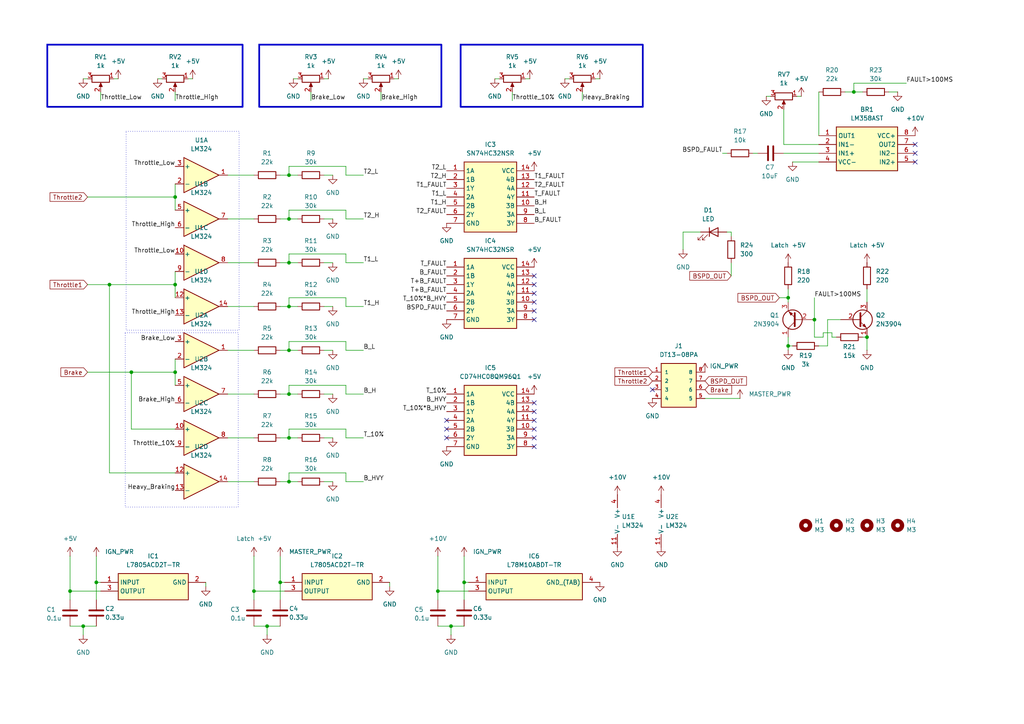
<source format=kicad_sch>
(kicad_sch (version 20250114) (generator "eeschema") (generator_version "9.0")
  (paper "A4")
  (rectangle (start 36.322 96.52) (end 69.088 147.066) (stroke (width 0) (type dot)))
  (rectangle (start 36.576 38.1) (end 69.342 95.758) (stroke (width 0) (type dot)))
  (rectangle (start 13.716 12.954) (end 70.358 30.988) (stroke (width 0.5)))
  (rectangle (start 133.604 12.954) (end 186.436 30.988) (stroke (width 0.5)))
  (rectangle (start 75.184 12.954) (end 128.016 30.988) (stroke (width 0.5)))
  (junction (at 83.82 139.7))
  (junction (at 31.75 82.55))
  (junction (at 50.8 82.55))
  (junction (at 83.82 88.9))
  (junction (at 83.82 114.3))
  (junction (at 251.46 97.79))
  (junction (at 50.8 107.95))
  (junction (at 130.81 181.61))
  (junction (at 247.65 26.67))
  (junction (at 77.47 181.61))
  (junction (at 20.32 171.45))
  (junction (at 27.94 168.91))
  (junction (at 83.82 101.6))
  (junction (at 73.66 171.45))
  (junction (at 228.6 100.33))
  (junction (at 83.82 50.8))
  (junction (at 83.82 127))
  (junction (at 236.22 92.71))
  (junction (at 24.13 181.61))
  (junction (at 81.28 168.91))
  (junction (at 50.8 57.15))
  (junction (at 127 171.45))
  (junction (at 38.1 107.95))
  (junction (at 83.82 63.5))
  (junction (at 83.82 76.2))
  (junction (at 228.6 86.36))
  (junction (at 134.62 168.91))
  (no_connect (at 154.94 92.71))
  (no_connect (at 154.94 85.09))
  (no_connect (at 154.94 82.55))
  (no_connect (at 154.94 127))
  (no_connect (at 265.43 46.99))
  (no_connect (at 189.23 113.03))
  (no_connect (at 154.94 80.01))
  (no_connect (at 129.54 121.92))
  (no_connect (at 154.94 119.38))
  (no_connect (at 154.94 90.17))
  (no_connect (at 129.54 124.46))
  (no_connect (at 265.43 44.45))
  (no_connect (at 154.94 87.63))
  (no_connect (at 129.54 127))
  (no_connect (at 154.94 124.46))
  (no_connect (at 154.94 116.84))
  (no_connect (at 265.43 41.91))
  (no_connect (at 154.94 121.92))
  (no_connect (at 154.94 129.54))
  (wire (pts (xy 100.33 86.36) (xy 100.33 88.9)))
  (wire (pts (xy 209.55 44.45) (xy 210.82 44.45)))
  (wire (pts (xy 93.98 22.86) (xy 95.25 22.86)))
  (wire (pts (xy 236.22 97.79) (xy 236.22 92.71)))
  (wire (pts (xy 29.21 29.21) (xy 29.21 26.67)))
  (wire (pts (xy 257.81 26.67) (xy 260.35 26.67)))
  (wire (pts (xy 50.8 26.67) (xy 50.8 29.21)))
  (wire (pts (xy 50.8 82.55) (xy 50.8 86.36)))
  (wire (pts (xy 81.28 161.29) (xy 81.28 168.91)))
  (wire (pts (xy 134.62 161.29) (xy 134.62 168.91)))
  (wire (pts (xy 81.28 76.2) (xy 83.82 76.2)))
  (wire (pts (xy 83.82 127) (xy 83.82 124.46)))
  (wire (pts (xy 45.72 22.86) (xy 46.99 22.86)))
  (wire (pts (xy 231.14 27.94) (xy 232.41 27.94)))
  (wire (pts (xy 73.66 161.29) (xy 73.66 171.45)))
  (wire (pts (xy 241.3 97.79) (xy 241.3 96.52)))
  (wire (pts (xy 83.82 63.5) (xy 83.82 60.96)))
  (wire (pts (xy 81.28 114.3) (xy 83.82 114.3)))
  (wire (pts (xy 83.82 127) (xy 86.36 127)))
  (wire (pts (xy 237.49 100.33) (xy 240.03 100.33)))
  (wire (pts (xy 100.33 139.7) (xy 105.41 139.7)))
  (wire (pts (xy 242.57 97.79) (xy 241.3 97.79)))
  (wire (pts (xy 83.82 139.7) (xy 83.82 137.16)))
  (wire (pts (xy 172.72 22.86) (xy 173.99 22.86)))
  (wire (pts (xy 130.81 181.61) (xy 134.62 181.61)))
  (wire (pts (xy 83.82 76.2) (xy 83.82 73.66)))
  (wire (pts (xy 25.4 82.55) (xy 31.75 82.55)))
  (wire (pts (xy 222.25 27.94) (xy 223.52 27.94)))
  (wire (pts (xy 83.82 48.26) (xy 100.33 48.26)))
  (wire (pts (xy 66.04 88.9) (xy 73.66 88.9)))
  (wire (pts (xy 83.82 101.6) (xy 83.82 99.06)))
  (wire (pts (xy 83.82 101.6) (xy 86.36 101.6)))
  (wire (pts (xy 247.65 26.67) (xy 247.65 24.13)))
  (wire (pts (xy 100.33 60.96) (xy 100.33 63.5)))
  (wire (pts (xy 83.82 76.2) (xy 86.36 76.2)))
  (wire (pts (xy 226.06 86.36) (xy 228.6 86.36)))
  (wire (pts (xy 50.8 57.15) (xy 50.8 60.96)))
  (wire (pts (xy 236.22 92.71) (xy 236.22 86.36)))
  (wire (pts (xy 218.44 44.45) (xy 219.71 44.45)))
  (wire (pts (xy 66.04 127) (xy 73.66 127)))
  (wire (pts (xy 93.98 101.6) (xy 96.52 101.6)))
  (wire (pts (xy 228.6 86.36) (xy 228.6 87.63)))
  (wire (pts (xy 83.82 139.7) (xy 86.36 139.7)))
  (wire (pts (xy 90.17 26.67) (xy 90.17 29.21)))
  (wire (pts (xy 27.94 168.91) (xy 27.94 173.99)))
  (wire (pts (xy 93.98 139.7) (xy 96.52 139.7)))
  (wire (pts (xy 66.04 63.5) (xy 73.66 63.5)))
  (wire (pts (xy 50.8 104.14) (xy 50.8 107.95)))
  (wire (pts (xy 93.98 88.9) (xy 96.52 88.9)))
  (wire (pts (xy 127 181.61) (xy 130.81 181.61)))
  (wire (pts (xy 54.61 22.86) (xy 55.88 22.86)))
  (wire (pts (xy 113.03 168.91) (xy 113.03 170.18)))
  (wire (pts (xy 25.4 57.15) (xy 50.8 57.15)))
  (wire (pts (xy 20.32 161.29) (xy 20.32 171.45)))
  (wire (pts (xy 83.82 63.5) (xy 86.36 63.5)))
  (wire (pts (xy 127 171.45) (xy 135.89 171.45)))
  (wire (pts (xy 81.28 168.91) (xy 82.55 168.91)))
  (wire (pts (xy 227.33 41.91) (xy 237.49 41.91)))
  (wire (pts (xy 100.33 50.8) (xy 105.41 50.8)))
  (wire (pts (xy 227.33 31.75) (xy 227.33 41.91)))
  (wire (pts (xy 83.82 114.3) (xy 83.82 111.76)))
  (wire (pts (xy 93.98 76.2) (xy 96.52 76.2)))
  (wire (pts (xy 73.66 171.45) (xy 82.55 171.45)))
  (wire (pts (xy 83.82 50.8) (xy 83.82 48.26)))
  (wire (pts (xy 228.6 83.82) (xy 228.6 86.36)))
  (wire (pts (xy 227.33 44.45) (xy 237.49 44.45)))
  (wire (pts (xy 59.69 168.91) (xy 59.69 170.18)))
  (wire (pts (xy 100.33 137.16) (xy 100.33 139.7)))
  (wire (pts (xy 73.66 171.45) (xy 73.66 173.99)))
  (wire (pts (xy 77.47 181.61) (xy 77.47 184.15)))
  (wire (pts (xy 237.49 46.99) (xy 229.87 46.99)))
  (wire (pts (xy 100.33 99.06) (xy 100.33 101.6)))
  (wire (pts (xy 100.33 48.26) (xy 100.33 50.8)))
  (wire (pts (xy 27.94 161.29) (xy 27.94 168.91)))
  (wire (pts (xy 83.82 86.36) (xy 100.33 86.36)))
  (wire (pts (xy 228.6 100.33) (xy 228.6 97.79)))
  (wire (pts (xy 228.6 100.33) (xy 229.87 100.33)))
  (wire (pts (xy 83.82 99.06) (xy 100.33 99.06)))
  (wire (pts (xy 228.6 101.6) (xy 228.6 100.33)))
  (wire (pts (xy 100.33 111.76) (xy 100.33 114.3)))
  (wire (pts (xy 38.1 107.95) (xy 50.8 107.95)))
  (wire (pts (xy 127 161.29) (xy 127 171.45)))
  (wire (pts (xy 73.66 181.61) (xy 77.47 181.61)))
  (wire (pts (xy 245.11 26.67) (xy 247.65 26.67)))
  (wire (pts (xy 212.09 80.01) (xy 212.09 76.2)))
  (wire (pts (xy 50.8 137.16) (xy 31.75 137.16)))
  (wire (pts (xy 20.32 171.45) (xy 20.32 173.99)))
  (wire (pts (xy 100.33 88.9) (xy 105.41 88.9)))
  (wire (pts (xy 247.65 26.67) (xy 250.19 26.67)))
  (wire (pts (xy 77.47 181.61) (xy 81.28 181.61)))
  (wire (pts (xy 105.41 22.86) (xy 106.68 22.86)))
  (wire (pts (xy 66.04 76.2) (xy 73.66 76.2)))
  (wire (pts (xy 134.62 168.91) (xy 135.89 168.91)))
  (wire (pts (xy 93.98 50.8) (xy 96.52 50.8)))
  (wire (pts (xy 83.82 60.96) (xy 100.33 60.96)))
  (wire (pts (xy 83.82 114.3) (xy 86.36 114.3)))
  (wire (pts (xy 50.8 78.74) (xy 50.8 82.55)))
  (wire (pts (xy 85.09 22.86) (xy 86.36 22.86)))
  (wire (pts (xy 24.13 181.61) (xy 24.13 184.15)))
  (wire (pts (xy 20.32 171.45) (xy 29.21 171.45)))
  (wire (pts (xy 100.33 127) (xy 105.41 127)))
  (wire (pts (xy 114.3 22.86) (xy 115.57 22.86)))
  (wire (pts (xy 66.04 50.8) (xy 73.66 50.8)))
  (wire (pts (xy 100.33 63.5) (xy 105.41 63.5)))
  (wire (pts (xy 34.29 22.86) (xy 33.02 22.86)))
  (wire (pts (xy 93.98 114.3) (xy 96.52 114.3)))
  (wire (pts (xy 251.46 83.82) (xy 251.46 87.63)))
  (wire (pts (xy 83.82 50.8) (xy 86.36 50.8)))
  (wire (pts (xy 198.12 67.31) (xy 198.12 72.39)))
  (wire (pts (xy 100.33 101.6) (xy 105.41 101.6)))
  (wire (pts (xy 83.82 88.9) (xy 83.82 86.36)))
  (wire (pts (xy 100.33 114.3) (xy 105.41 114.3)))
  (wire (pts (xy 81.28 168.91) (xy 81.28 173.99)))
  (wire (pts (xy 204.47 115.57) (xy 214.63 115.57)))
  (wire (pts (xy 50.8 124.46) (xy 38.1 124.46)))
  (wire (pts (xy 81.28 88.9) (xy 83.82 88.9)))
  (wire (pts (xy 83.82 73.66) (xy 100.33 73.66)))
  (wire (pts (xy 163.83 22.86) (xy 165.1 22.86)))
  (wire (pts (xy 240.03 92.71) (xy 243.84 92.71)))
  (wire (pts (xy 110.49 26.67) (xy 110.49 29.21)))
  (wire (pts (xy 24.13 181.61) (xy 27.94 181.61)))
  (wire (pts (xy 31.75 82.55) (xy 50.8 82.55)))
  (wire (pts (xy 152.4 22.86) (xy 153.67 22.86)))
  (wire (pts (xy 50.8 107.95) (xy 50.8 111.76)))
  (wire (pts (xy 27.94 168.91) (xy 29.21 168.91)))
  (wire (pts (xy 238.76 96.52) (xy 238.76 97.79)))
  (wire (pts (xy 66.04 139.7) (xy 73.66 139.7)))
  (wire (pts (xy 83.82 124.46) (xy 100.33 124.46)))
  (wire (pts (xy 100.33 76.2) (xy 105.41 76.2)))
  (wire (pts (xy 93.98 127) (xy 96.52 127)))
  (wire (pts (xy 81.28 127) (xy 83.82 127)))
  (wire (pts (xy 83.82 137.16) (xy 100.33 137.16)))
  (wire (pts (xy 38.1 124.46) (xy 38.1 107.95)))
  (wire (pts (xy 20.32 181.61) (xy 24.13 181.61)))
  (wire (pts (xy 143.51 22.86) (xy 144.78 22.86)))
  (wire (pts (xy 127 171.45) (xy 127 173.99)))
  (wire (pts (xy 212.09 67.31) (xy 210.82 67.31)))
  (wire (pts (xy 251.46 97.79) (xy 251.46 101.6)))
  (wire (pts (xy 81.28 101.6) (xy 83.82 101.6)))
  (wire (pts (xy 25.4 107.95) (xy 38.1 107.95)))
  (wire (pts (xy 130.81 181.61) (xy 130.81 184.15)))
  (wire (pts (xy 83.82 88.9) (xy 86.36 88.9)))
  (wire (pts (xy 238.76 97.79) (xy 236.22 97.79)))
  (wire (pts (xy 83.82 111.76) (xy 100.33 111.76)))
  (wire (pts (xy 81.28 139.7) (xy 83.82 139.7)))
  (wire (pts (xy 66.04 101.6) (xy 73.66 101.6)))
  (wire (pts (xy 203.2 67.31) (xy 198.12 67.31)))
  (wire (pts (xy 148.59 26.67) (xy 148.59 29.21)))
  (wire (pts (xy 24.13 22.86) (xy 25.4 22.86)))
  (wire (pts (xy 212.09 68.58) (xy 212.09 67.31)))
  (wire (pts (xy 134.62 168.91) (xy 134.62 173.99)))
  (wire (pts (xy 100.33 73.66) (xy 100.33 76.2)))
  (wire (pts (xy 241.3 96.52) (xy 238.76 96.52)))
  (wire (pts (xy 50.8 53.34) (xy 50.8 57.15)))
  (wire (pts (xy 168.91 26.67) (xy 168.91 29.21)))
  (wire (pts (xy 81.28 50.8) (xy 83.82 50.8)))
  (wire (pts (xy 237.49 26.67) (xy 237.49 39.37)))
  (wire (pts (xy 66.04 114.3) (xy 73.66 114.3)))
  (wire (pts (xy 93.98 63.5) (xy 96.52 63.5)))
  (wire (pts (xy 81.28 63.5) (xy 83.82 63.5)))
  (wire (pts (xy 31.75 137.16) (xy 31.75 82.55)))
  (wire (pts (xy 250.19 97.79) (xy 251.46 97.79)))
  (wire (pts (xy 100.33 124.46) (xy 100.33 127)))
  (wire (pts (xy 240.03 100.33) (xy 240.03 92.71)))
  (wire (pts (xy 247.65 24.13) (xy 262.89 24.13)))
  (label "T_10%" (at 105.41 127 0))
  (label "T2_FAULT" (at 129.54 62.23 180))
  (label "T2_H" (at 129.54 52.07 180))
  (label "T_10%*B_HVY" (at 129.54 119.38 180))
  (label "T2_FAULT" (at 154.94 54.61 0))
  (label "FAULT>100MS" (at 236.22 86.36 0))
  (label "Brake_High" (at 50.8 116.84 180))
  (label "B_FAULT" (at 129.54 80.01 180))
  (label "T2_H" (at 105.41 63.5 0))
  (label "BSPD_FAULT" (at 129.54 90.17 180))
  (label "Throttle_Low" (at 29.21 29.21 0))
  (label "B_HVY" (at 129.54 116.84 180))
  (label "T1_FAULT" (at 154.94 52.07 0))
  (label "Brake_Low" (at 90.17 29.21 0))
  (label "T1_H" (at 129.54 59.69 180))
  (label "T1_L" (at 105.41 76.2 0))
  (label "T2_L" (at 105.41 50.8 0))
  (label "T+B_FAULT" (at 129.54 82.55 180))
  (label "T_FAULT" (at 154.94 57.15 0))
  (label "Throttle_Low" (at 50.8 73.66 180))
  (label "T_10%*B_HVY" (at 129.54 87.63 180))
  (label "B_H" (at 105.41 114.3 0))
  (label "T1_L" (at 129.54 57.15 180))
  (label "B_L" (at 105.41 101.6 0))
  (label "Throttle_High" (at 50.8 29.21 0))
  (label "Throttle_10%" (at 148.59 29.21 0))
  (label "T1_H" (at 105.41 88.9 0))
  (label "T1_FAULT" (at 129.54 54.61 180))
  (label "T_FAULT" (at 129.54 77.47 180))
  (label "Brake_High" (at 110.49 29.21 0))
  (label "BSPD_FAULT" (at 209.55 44.45 180))
  (label "B_L" (at 154.94 62.23 0))
  (label "Throttle_Low" (at 50.8 48.26 180))
  (label "B_HVY" (at 105.41 139.7 0))
  (label "B_FAULT" (at 154.94 64.77 0))
  (label "Heavy_Braking" (at 50.8 142.24 180))
  (label "Brake_Low" (at 50.8 99.06 180))
  (label "Throttle_High" (at 50.8 66.04 180))
  (label "T2_L" (at 129.54 49.53 180))
  (label "FAULT>100MS" (at 262.89 24.13 0))
  (label "B_H" (at 154.94 59.69 0))
  (label "Heavy_Braking" (at 168.91 29.21 0))
  (label "T_10%" (at 129.54 114.3 180))
  (label "Throttle_High" (at 50.8 91.44 180))
  (label "Throttle_10%" (at 50.8 129.54 180))
  (label "T+B_FAULT" (at 129.54 85.09 180))
  (global_label "Throttle1" (shape input) (at 25.4 82.55 180) (property "Intersheetrefs" "${INTERSHEET_REFS}" (effects (hide yes))))
  (global_label "BSPD_OUT" (shape input) (at 212.09 80.01 180) (property "Intersheetrefs" "${INTERSHEET_REFS}" (effects (hide yes))))
  (global_label "Throttle2" (shape input) (at 189.23 110.49 180) (property "Intersheetrefs" "${INTERSHEET_REFS}" (effects (hide yes))))
  (global_label "BSPD_OUT" (shape input) (at 226.06 86.36 180) (property "Intersheetrefs" "${INTERSHEET_REFS}" (effects (hide yes))))
  (global_label "Throttle2" (shape input) (at 25.4 57.15 180) (property "Intersheetrefs" "${INTERSHEET_REFS}" (effects (hide yes))))
  (global_label "Brake" (shape input) (at 204.47 113.03 0) (property "Intersheetrefs" "${INTERSHEET_REFS}" (effects (hide yes))))
  (global_label "BSPD_OUT" (shape input) (at 204.47 110.49 0) (property "Intersheetrefs" "${INTERSHEET_REFS}" (effects (hide yes))))
  (global_label "Throttle1" (shape input) (at 189.23 107.95 180) (property "Intersheetrefs" "${INTERSHEET_REFS}" (effects (hide yes))))
  (global_label "Brake" (shape input) (at 25.4 107.95 180) (property "Intersheetrefs" "${INTERSHEET_REFS}" (effects (hide yes))))
  (symbol (lib_id "Device:R") (at 254 26.67 90) (unit 1)
    (property "Reference" "R23" (at 254 20.32 90))
    (property "Value" "30k" (at 254 22.86 90))
    (property "Footprint" "Resistor_SMD:R_0603_1608Metric" (effects (hide yes)))
    (property "Description" "Resistor" (effects (hide yes)))
  )
  (symbol (lib_id "power:+5V") (at 251.46 76.2 0) (unit 1)
    (property "Reference" "#PWR048" (effects (hide yes)))
    (property "Value" "Latch +5V" (at 251.46 71.12 0))
    (property "Description" "Power symbol creates a global label with name \"+5V\"" (effects (hide yes)))
  )
  (symbol (lib_id "Device:C") (at 223.52 44.45 90) (unit 1)
    (property "Reference" "C7" (at 223.266 48.514 90))
    (property "Value" "10uF" (at 223.266 51.054 90))
    (property "Footprint" "Capacitor_SMD:C_0603_1608Metric" (effects (hide yes)))
    (property "Description" "Unpolarized capacitor" (effects (hide yes)))
  )
  (symbol (lib_id "Device:C") (at 134.62 177.8 0) (unit 1)
    (property "Reference" "C6" (at 137.16 176.53 0) (effects (justify left)))
    (property "Value" "0.33u" (at 137.16 179.07 0) (effects (justify left)))
    (property "Footprint" "Capacitor_SMD:C_0603_1608Metric" (effects (hide yes)))
    (property "Description" "Unpolarized capacitor" (effects (hide yes)))
  )
  (symbol (lib_id "power:+5V") (at 55.88 22.86 0) (unit 1)
    (property "Reference" "#PWR07" (effects (hide yes)))
    (property "Value" "+5V" (at 55.88 17.78 0))
    (property "Description" "Power symbol creates a global label with name \"+5V\"" (effects (hide yes)))
  )
  (symbol (lib_id "Device:R") (at 77.47 63.5 90) (unit 1)
    (property "Reference" "R2" (at 77.47 57.15 90))
    (property "Value" "22k" (at 77.47 59.69 90))
    (property "Footprint" "Resistor_SMD:R_0603_1608Metric" (effects (hide yes)))
    (property "Description" "Resistor" (effects (hide yes)))
  )
  (symbol (lib_name "2N3904_1") (lib_id "Transistor_BJT:2N3904") (at 226.06 92.71 0) (unit 1)
    (property "Reference" "Q1" (at 226.06 91.4399 0) (effects (justify right)))
    (property "Value" "2N3904" (at 226.06 93.9799 0) (effects (justify right)))
    (property "Footprint" "Package_TO_SOT_THT:TO-92_Inline" (effects (hide yes)))
    (property "Datasheet" "https://www.onsemi.com/pub/Collateral/2N3903-D.PDF" (effects (hide yes)))
    (property "Description" "0.2A Ic, 40V Vce, Small Signal NPN Transistor, TO-92" (effects (hide yes)))
  )
  (symbol (lib_id "power:GND") (at 229.87 46.99 0) (unit 1)
    (property "Reference" "#PWR046" (effects (hide yes)))
    (property "Value" "GND" (at 229.87 52.07 0))
    (property "Description" "Power symbol creates a global label with name \"GND\" , ground" (effects (hide yes)))
  )
  (symbol (lib_id "BSPD_Symbol_Library:CD74HC08QM96Q1") (at 129.54 114.3 0) (unit 1)
    (property "Reference" "IC5" (at 142.24 106.68 0))
    (property "Value" "CD74HC08QM96Q1" (at 142.24 109.22 0))
    (property "Footprint" "BSPD_Footprint_Library:SOIC127P600X175-14N" (effects (hide yes)))
    (property "Datasheet" "http://www.ti.com/lit/gpn/cd74hc08-q1" (effects (hide yes)))
    (property "Description" "Automotive Catalog Quadruple 2-Input Positive-AND Gates" (effects (hide yes)))
    (property "Height" "1.75" (effects (hide yes)))
    (property "Mouser Part Number" "595-CD74HC08QM96Q1" (effects (hide yes)))
    (property "Mouser Price/Stock" "https://www.mouser.co.uk/ProductDetail/Texas-Instruments/CD74HC08QM96Q1?qs=YxwvVplHM%2FmcNbjWAEctsA%3D%3D" (effects (hide yes)))
    (property "Manufacturer_Name" "Texas Instruments" (effects (hide yes)))
    (property "Manufacturer_Part_Number" "CD74HC08QM96Q1" (effects (hide yes)))
  )
  (symbol (lib_id "Transistor_BJT:2N3904") (at 248.92 92.71 0) (unit 1)
    (property "Reference" "Q2" (at 254 91.4399 0) (effects (justify left)))
    (property "Value" "2N3904" (at 254 93.9799 0) (effects (justify left)))
    (property "Footprint" "Package_TO_SOT_THT:TO-92_Inline" (effects (hide yes)))
    (property "Datasheet" "https://www.onsemi.com/pub/Collateral/2N3903-D.PDF" (effects (hide yes)))
    (property "Description" "0.2A Ic, 40V Vce, Small Signal NPN Transistor, TO-92" (effects (hide yes)))
  )
  (symbol (lib_id "Device:R") (at 251.46 80.01 0) (unit 1)
    (property "Reference" "R22" (at 254 78.7399 0) (effects (justify left)))
    (property "Value" "220" (at 254 81.2799 0) (effects (justify left)))
    (property "Footprint" "Resistor_SMD:R_0603_1608Metric" (effects (hide yes)))
    (property "Description" "Resistor" (effects (hide yes)))
  )
  (symbol (lib_id "power:+5V") (at 154.94 77.47 0) (unit 1)
    (property "Reference" "#PWR034" (effects (hide yes)))
    (property "Value" "+5V" (at 154.94 72.39 0))
    (property "Description" "Power symbol creates a global label with name \"+5V\"" (effects (hide yes)))
  )
  (symbol (lib_id "Device:R") (at 77.47 139.7 90) (unit 1)
    (property "Reference" "R8" (at 77.47 133.35 90))
    (property "Value" "22k" (at 77.47 135.89 90))
    (property "Footprint" "Resistor_SMD:R_0603_1608Metric" (effects (hide yes)))
    (property "Description" "Resistor" (effects (hide yes)))
  )
  (symbol (lib_id "power:GND") (at 113.03 170.18 0) (unit 1)
    (property "Reference" "#PWR023" (effects (hide yes)))
    (property "Value" "GND" (at 113.03 175.26 0))
    (property "Description" "Power symbol creates a global label with name \"GND\" , ground" (effects (hide yes)))
  )
  (symbol (lib_id "power:GND") (at 96.52 101.6 0) (unit 1)
    (property "Reference" "#PWR018" (effects (hide yes)))
    (property "Value" "GND" (at 96.52 106.68 0))
    (property "Description" "Power symbol creates a global label with name \"GND\" , ground" (effects (hide yes)))
  )
  (symbol (lib_id "power:VCC") (at 204.47 107.95 0) (unit 1)
    (property "Reference" "#PWR052" (effects (hide yes)))
    (property "Value" "IGN_PWR" (at 210.058 106.172 0))
    (property "Description" "Power symbol creates a global label with name \"VCC\"" (effects (hide yes)))
  )
  (symbol (lib_id "power:+5V") (at 265.43 39.37 0) (unit 1)
    (property "Reference" "#PWR051" (effects (hide yes)))
    (property "Value" "+10V" (at 265.43 34.29 0))
    (property "Description" "Power symbol creates a global label with name \"+5V\"" (effects (hide yes)))
  )
  (symbol (lib_id "Device:C") (at 127 177.8 0) (unit 1)
    (property "Reference" "C5" (at 120.142 176.784 0) (effects (justify left)))
    (property "Value" "0.1u" (at 120.142 179.324 0) (effects (justify left)))
    (property "Footprint" "Capacitor_SMD:C_0603_1608Metric" (effects (hide yes)))
    (property "Description" "Unpolarized capacitor" (effects (hide yes)))
  )
  (symbol (lib_id "Amplifier_Operational:LM324") (at 194.31 151.13 0) (unit 5)
    (property "Reference" "U2" (at 193.04 149.8599 0) (effects (justify left)))
    (property "Value" "LM324" (at 193.04 152.3999 0) (effects (justify left)))
    (property "Footprint" "BSPD_Footprint_Library:LM324" (effects (hide yes)))
    (property "Datasheet" "http://www.ti.com/lit/ds/symlink/lm2902-n.pdf" (effects (hide yes)))
    (property "Description" "Low-Power, Quad-Operational Amplifiers, DIP-14/SOIC-14/SSOP-14" (effects (hide yes)))
  )
  (symbol (lib_id "Mechanical:MountingHole") (at 242.57 152.4 0) (unit 1)
    (property "Reference" "H2" (at 245.11 151.13 0) (effects (justify left)))
    (property "Value" "M3" (at 245.11 153.67 0) (effects (justify left)))
    (property "Footprint" "MountingHole:MountingHole_3.2mm_M3" (effects (hide yes)))
  )
  (symbol (lib_id "Device:R_Potentiometer") (at 50.8 22.86 270) (unit 1)
    (property "Reference" "RV2" (at 50.8 16.51 90))
    (property "Value" "1k" (at 50.8 19.05 90))
    (property "Footprint" "BSPD_Footprint_Library:3362U1104ALF" (effects (hide yes)))
    (property "Description" "Potentiometer" (effects (hide yes)))
  )
  (symbol (lib_id "power:GND") (at 228.6 101.6 0) (unit 1)
    (property "Reference" "#PWR045" (effects (hide yes)))
    (property "Value" "GND" (at 228.6 106.68 0))
    (property "Description" "Power symbol creates a global label with name \"GND\" , ground" (effects (hide yes)))
  )
  (symbol (lib_id "Device:R") (at 90.17 101.6 90) (unit 1)
    (property "Reference" "R13" (at 90.17 95.25 90))
    (property "Value" "30k" (at 90.17 97.79 90))
    (property "Footprint" "Resistor_SMD:R_0603_1608Metric" (effects (hide yes)))
    (property "Description" "Resistor" (effects (hide yes)))
  )
  (symbol (lib_id "Device:R_Potentiometer") (at 168.91 22.86 270) (unit 1)
    (property "Reference" "RV6" (at 168.91 16.51 90))
    (property "Value" "1k" (at 168.91 19.05 90))
    (property "Footprint" "BSPD_Footprint_Library:3362U1104ALF" (effects (hide yes)))
    (property "Description" "Potentiometer" (effects (hide yes)))
  )
  (symbol (lib_id "power:+5V") (at 173.99 22.86 0) (unit 1)
    (property "Reference" "#PWR037" (effects (hide yes)))
    (property "Value" "+5V" (at 173.99 17.78 0))
    (property "Description" "Power symbol creates a global label with name \"+5V\"" (effects (hide yes)))
  )
  (symbol (lib_id "power:VCC") (at 214.63 115.57 0) (unit 1)
    (property "Reference" "#PWR053" (effects (hide yes)))
    (property "Value" "MASTER_PWR" (at 217.17 114.2999 0) (effects (justify left)))
    (property "Description" "Power symbol creates a global label with name \"VCC\"" (effects (hide yes)))
  )
  (symbol (lib_id "power:GND") (at 59.69 170.18 0) (unit 1)
    (property "Reference" "#PWR08" (effects (hide yes)))
    (property "Value" "GND" (at 59.69 175.26 0))
    (property "Description" "Power symbol creates a global label with name \"GND\" , ground" (effects (hide yes)))
  )
  (symbol (lib_id "BSPD_Symbol_Library:DT13-08PA") (at 196.85 110.49 0) (unit 1)
    (property "Reference" "J1" (at 196.85 100.33 0))
    (property "Value" "DT13-08PA" (at 196.85 102.87 0))
    (property "Footprint" "BSPD_Footprint_Library:TE_DT13-08PA" (effects (hide yes)))
    (property "PARTREV" "C" (effects (hide yes)))
    (property "STANDARD" "Manufacturer Recommendation" (effects (hide yes)))
    (property "MANUFACTURER" "TE Connectivity" (effects (hide yes)))
  )
  (symbol (lib_id "Device:R") (at 90.17 50.8 90) (unit 1)
    (property "Reference" "R9" (at 90.17 44.45 90))
    (property "Value" "30k" (at 90.17 46.99 90))
    (property "Footprint" "Resistor_SMD:R_0603_1608Metric" (effects (hide yes)))
    (property "Description" "Resistor" (effects (hide yes)))
  )
  (symbol (lib_id "Amplifier_Operational:LM324") (at 58.42 101.6 0) (unit 1)
    (property "Reference" "U2" (at 58.42 91.44 0))
    (property "Value" "LM324" (at 58.42 93.98 0))
    (property "Footprint" "BSPD_Footprint_Library:LM324" (effects (hide yes)))
    (property "Datasheet" "http://www.ti.com/lit/ds/symlink/lm2902-n.pdf" (effects (hide yes)))
    (property "Description" "Low-Power, Quad-Operational Amplifiers, DIP-14/SOIC-14/SSOP-14" (effects (hide yes)))
  )
  (symbol (lib_id "power:GND") (at 222.25 27.94 0) (unit 1)
    (property "Reference" "#PWR043" (effects (hide yes)))
    (property "Value" "GND" (at 222.25 33.02 0))
    (property "Description" "Power symbol creates a global label with name \"GND\" , ground" (effects (hide yes)))
  )
  (symbol (lib_id "power:GND") (at 163.83 22.86 0) (unit 1)
    (property "Reference" "#PWR036" (effects (hide yes)))
    (property "Value" "GND" (at 163.83 27.94 0))
    (property "Description" "Power symbol creates a global label with name \"GND\" , ground" (effects (hide yes)))
  )
  (symbol (lib_id "Device:R") (at 241.3 26.67 90) (unit 1)
    (property "Reference" "R20" (at 241.3 20.32 90))
    (property "Value" "22k" (at 241.3 22.86 90))
    (property "Footprint" "Resistor_SMD:R_0603_1608Metric" (effects (hide yes)))
    (property "Description" "Resistor" (effects (hide yes)))
  )
  (symbol (lib_id "power:GND") (at 129.54 64.77 0) (unit 1)
    (property "Reference" "#PWR026" (effects (hide yes)))
    (property "Value" "GND" (at 129.54 69.85 0))
    (property "Description" "Power symbol creates a global label with name \"GND\" , ground" (effects (hide yes)))
  )
  (symbol (lib_id "Device:R") (at 90.17 63.5 90) (unit 1)
    (property "Reference" "R10" (at 90.17 57.15 90))
    (property "Value" "30k" (at 90.17 59.69 90))
    (property "Footprint" "Resistor_SMD:R_0603_1608Metric" (effects (hide yes)))
    (property "Description" "Resistor" (effects (hide yes)))
  )
  (symbol (lib_id "Device:R") (at 90.17 76.2 90) (unit 1)
    (property "Reference" "R11" (at 90.17 69.85 90))
    (property "Value" "30k" (at 90.17 72.39 90))
    (property "Footprint" "Resistor_SMD:R_0603_1608Metric" (effects (hide yes)))
    (property "Description" "Resistor" (effects (hide yes)))
  )
  (symbol (lib_id "BSPD_Symbol_Library:L78M10ABDT-TR") (at 135.89 168.91 0) (unit 1)
    (property "Reference" "IC6" (at 154.94 161.29 0))
    (property "Value" "L78M10ABDT-TR" (at 154.94 163.83 0))
    (property "Footprint" "BSPD_Footprint_Library:TO228P972X240-3N" (effects (hide yes)))
    (property "Datasheet" "http://www.st.com/web/en/resource/technical/document/datasheet/CD00000447.pdf" (effects (hide yes)))
    (property "Description" "Voltage Regulator 10V 0.5A DPAK STMicroelectronics L78M10ABDT-TR, Single Linear Voltage Regulator, 500mA 10 V, +/-2%, 3-Pin DPAK" (effects (hide yes)))
    (property "Height" "2.4" (effects (hide yes)))
    (property "Mouser Part Number" "511-L78M10ABDT-TR" (effects (hide yes)))
    (property "Mouser Price/Stock" "https://www.mouser.co.uk/ProductDetail/STMicroelectronics/L78M10ABDT-TR?qs=22WmWNTp1rr9tcUfF7JLAg%3D%3D" (effects (hide yes)))
    (property "Manufacturer_Name" "STMicroelectronics" (effects (hide yes)))
    (property "Manufacturer_Part_Number" "L78M10ABDT-TR" (effects (hide yes)))
  )
  (symbol (lib_id "power:GND") (at 189.23 115.57 0) (unit 1)
    (property "Reference" "#PWR054" (effects (hide yes)))
    (property "Value" "GND" (at 189.23 120.65 0))
    (property "Description" "Power symbol creates a global label with name \"GND\" , ground" (effects (hide yes)))
  )
  (symbol (lib_id "BSPD_Symbol_Library:SN74HC32NSR") (at 129.54 49.53 0) (unit 1)
    (property "Reference" "IC3" (at 142.24 41.91 0))
    (property "Value" "SN74HC32NSR" (at 142.24 44.45 0))
    (property "Footprint" "BSPD_Footprint_Library:SOIC127P780X200-14N" (effects (hide yes)))
    (property "Datasheet" "http://www.ti.com/lit/gpn/sn74hc32" (effects (hide yes)))
    (property "Description" "Quadruple 2-Input Positive-OR Gates" (effects (hide yes)))
    (property "Height" "2" (effects (hide yes)))
    (property "Mouser Part Number" "595-SN74HC32NSR" (effects (hide yes)))
    (property "Mouser Price/Stock" "https://www.mouser.co.uk/ProductDetail/Texas-Instruments/SN74HC32NSR?qs=AgY10sKTvDLid%2FEfE4251Q%3D%3D" (effects (hide yes)))
    (property "Manufacturer_Name" "Texas Instruments" (effects (hide yes)))
    (property "Manufacturer_Part_Number" "SN74HC32NSR" (effects (hide yes)))
  )
  (symbol (lib_id "Device:R") (at 77.47 76.2 90) (unit 1)
    (property "Reference" "R3" (at 77.47 69.85 90))
    (property "Value" "22k" (at 77.47 72.39 90))
    (property "Footprint" "Resistor_SMD:R_0603_1608Metric" (effects (hide yes)))
    (property "Description" "Resistor" (effects (hide yes)))
  )
  (symbol (lib_id "Device:R") (at 246.38 97.79 270) (unit 1)
    (property "Reference" "R21" (at 246.38 100.584 90))
    (property "Value" "15k" (at 246.38 103.124 90))
    (property "Footprint" "Resistor_SMD:R_0603_1608Metric" (effects (hide yes)))
    (property "Description" "Resistor" (effects (hide yes)))
  )
  (symbol (lib_id "Device:R") (at 77.47 127 90) (unit 1)
    (property "Reference" "R7" (at 77.47 120.65 90))
    (property "Value" "22k" (at 77.47 123.19 90))
    (property "Footprint" "Resistor_SMD:R_0603_1608Metric" (effects (hide yes)))
    (property "Description" "Resistor" (effects (hide yes)))
  )
  (symbol (lib_id "Device:R") (at 90.17 139.7 90) (unit 1)
    (property "Reference" "R16" (at 90.17 133.35 90))
    (property "Value" "30k" (at 90.17 135.89 90))
    (property "Footprint" "Resistor_SMD:R_0603_1608Metric" (effects (hide yes)))
    (property "Description" "Resistor" (effects (hide yes)))
  )
  (symbol (lib_id "Device:R") (at 90.17 114.3 90) (unit 1)
    (property "Reference" "R14" (at 90.17 107.95 90))
    (property "Value" "30k" (at 90.17 110.49 90))
    (property "Footprint" "Resistor_SMD:R_0603_1608Metric" (effects (hide yes)))
    (property "Description" "Resistor" (effects (hide yes)))
  )
  (symbol (lib_id "Device:R") (at 77.47 114.3 90) (unit 1)
    (property "Reference" "R6" (at 77.47 107.95 90))
    (property "Value" "22k" (at 77.47 110.49 90))
    (property "Footprint" "Resistor_SMD:R_0603_1608Metric" (effects (hide yes)))
    (property "Description" "Resistor" (effects (hide yes)))
  )
  (symbol (lib_id "power:GND") (at 129.54 129.54 0) (unit 1)
    (property "Reference" "#PWR028" (effects (hide yes)))
    (property "Value" "GND" (at 129.54 134.62 0))
    (property "Description" "Power symbol creates a global label with name \"GND\" , ground" (effects (hide yes)))
  )
  (symbol (lib_id "power:GND") (at 198.12 72.39 0) (unit 1)
    (property "Reference" "#PWR055" (effects (hide yes)))
    (property "Value" "GND" (at 198.12 77.47 0))
    (property "Description" "Power symbol creates a global label with name \"GND\" , ground" (effects (hide yes)))
  )
  (symbol (lib_id "Device:C") (at 20.32 177.8 0) (unit 1)
    (property "Reference" "C1" (at 13.462 176.784 0) (effects (justify left)))
    (property "Value" "0.1u" (at 13.462 179.324 0) (effects (justify left)))
    (property "Footprint" "Capacitor_SMD:C_0603_1608Metric" (effects (hide yes)))
    (property "Description" "Unpolarized capacitor" (effects (hide yes)))
  )
  (symbol (lib_id "power:GND") (at 191.77 158.75 0) (unit 1)
    (property "Reference" "#PWR042" (effects (hide yes)))
    (property "Value" "GND" (at 191.77 163.83 0))
    (property "Description" "Power symbol creates a global label with name \"GND\" , ground" (effects (hide yes)))
  )
  (symbol (lib_id "power:GND") (at 129.54 92.71 0) (unit 1)
    (property "Reference" "#PWR027" (effects (hide yes)))
    (property "Value" "GND" (at 129.54 97.79 0))
    (property "Description" "Power symbol creates a global label with name \"GND\" , ground" (effects (hide yes)))
  )
  (symbol (lib_id "power:GND") (at 45.72 22.86 0) (unit 1)
    (property "Reference" "#PWR06" (effects (hide yes)))
    (property "Value" "GND" (at 45.72 27.94 0))
    (property "Description" "Power symbol creates a global label with name \"GND\" , ground" (effects (hide yes)))
  )
  (symbol (lib_id "Mechanical:MountingHole") (at 233.68 152.4 0) (unit 1)
    (property "Reference" "H1" (at 236.22 151.13 0) (effects (justify left)))
    (property "Value" "M3" (at 236.22 153.67 0) (effects (justify left)))
    (property "Footprint" "MountingHole:MountingHole_3.2mm_M3" (effects (hide yes)))
  )
  (symbol (lib_id "power:GND") (at 85.09 22.86 0) (unit 1)
    (property "Reference" "#PWR012" (effects (hide yes)))
    (property "Value" "GND" (at 85.09 27.94 0))
    (property "Description" "Power symbol creates a global label with name \"GND\" , ground" (effects (hide yes)))
  )
  (symbol (lib_id "power:GND") (at 173.99 168.91 0) (unit 1)
    (property "Reference" "#PWR038" (effects (hide yes)))
    (property "Value" "GND" (at 173.99 173.99 0))
    (property "Description" "Power symbol creates a global label with name \"GND\" , ground" (effects (hide yes)))
  )
  (symbol (lib_id "power:GND") (at 24.13 184.15 0) (unit 1)
    (property "Reference" "#PWR03" (effects (hide yes)))
    (property "Value" "GND" (at 24.13 189.23 0))
    (property "Description" "Power symbol creates a global label with name \"GND\" , ground" (effects (hide yes)))
  )
  (symbol (lib_id "power:GND") (at 143.51 22.86 0) (unit 1)
    (property "Reference" "#PWR031" (effects (hide yes)))
    (property "Value" "GND" (at 143.51 27.94 0))
    (property "Description" "Power symbol creates a global label with name \"GND\" , ground" (effects (hide yes)))
  )
  (symbol (lib_id "Device:R_Potentiometer") (at 90.17 22.86 270) (unit 1)
    (property "Reference" "RV3" (at 90.17 16.51 90))
    (property "Value" "1k" (at 90.17 19.05 90))
    (property "Footprint" "BSPD_Footprint_Library:3362U1104ALF" (effects (hide yes)))
    (property "Description" "Potentiometer" (effects (hide yes)))
  )
  (symbol (lib_id "power:+5V") (at 95.25 22.86 0) (unit 1)
    (property "Reference" "#PWR013" (effects (hide yes)))
    (property "Value" "+5V" (at 95.25 17.78 0))
    (property "Description" "Power symbol creates a global label with name \"+5V\"" (effects (hide yes)))
  )
  (symbol (lib_id "power:GND") (at 105.41 22.86 0) (unit 1)
    (property "Reference" "#PWR022" (effects (hide yes)))
    (property "Value" "GND" (at 105.41 27.94 0))
    (property "Description" "Power symbol creates a global label with name \"GND\" , ground" (effects (hide yes)))
  )
  (symbol (lib_id "power:+5V") (at 20.32 161.29 0) (unit 1)
    (property "Reference" "#PWR01" (effects (hide yes)))
    (property "Value" "+5V" (at 20.32 156.21 0))
    (property "Description" "Power symbol creates a global label with name \"+5V\"" (effects (hide yes)))
  )
  (symbol (lib_id "power:GND") (at 24.13 22.86 0) (unit 1)
    (property "Reference" "#PWR02" (effects (hide yes)))
    (property "Value" "GND" (at 24.13 27.94 0))
    (property "Description" "Power symbol creates a global label with name \"GND\" , ground" (effects (hide yes)))
  )
  (symbol (lib_id "power:GND") (at 96.52 63.5 0) (unit 1)
    (property "Reference" "#PWR015" (effects (hide yes)))
    (property "Value" "GND" (at 96.52 68.58 0))
    (property "Description" "Power symbol creates a global label with name \"GND\" , ground" (effects (hide yes)))
  )
  (symbol (lib_id "power:VCC") (at 27.94 161.29 0) (unit 1)
    (property "Reference" "#PWR04" (effects (hide yes)))
    (property "Value" "IGN_PWR" (at 30.48 160.0199 0) (effects (justify left)))
    (property "Description" "Power symbol creates a global label with name \"VCC\"" (effects (hide yes)))
  )
  (symbol (lib_id "Device:R") (at 233.68 100.33 270) (unit 1)
    (property "Reference" "R19" (at 233.68 103.124 90))
    (property "Value" "3k" (at 233.68 105.664 90))
    (property "Footprint" "Resistor_SMD:R_0603_1608Metric" (effects (hide yes)))
    (property "Description" "Resistor" (effects (hide yes)))
  )
  (symbol (lib_id "Device:R") (at 77.47 101.6 90) (unit 1)
    (property "Reference" "R5" (at 77.47 95.25 90))
    (property "Value" "22k" (at 77.47 97.79 90))
    (property "Footprint" "Resistor_SMD:R_0603_1608Metric" (effects (hide yes)))
    (property "Description" "Resistor" (effects (hide yes)))
  )
  (symbol (lib_id "power:+5V") (at 153.67 22.86 0) (unit 1)
    (property "Reference" "#PWR032" (effects (hide yes)))
    (property "Value" "+5V" (at 153.67 17.78 0))
    (property "Description" "Power symbol creates a global label with name \"+5V\"" (effects (hide yes)))
  )
  (symbol (lib_id "Device:R") (at 77.47 50.8 90) (unit 1)
    (property "Reference" "R1" (at 77.47 44.45 90))
    (property "Value" "22k" (at 77.47 46.99 90))
    (property "Footprint" "Resistor_SMD:R_0603_1608Metric" (effects (hide yes)))
    (property "Description" "Resistor" (effects (hide yes)))
  )
  (symbol (lib_id "power:GND") (at 251.46 101.6 0) (unit 1)
    (property "Reference" "#PWR049" (effects (hide yes)))
    (property "Value" "GND" (at 251.46 106.68 0))
    (property "Description" "Power symbol creates a global label with name \"GND\" , ground" (effects (hide yes)))
  )
  (symbol (lib_id "power:GND") (at 96.52 88.9 0) (unit 1)
    (property "Reference" "#PWR017" (effects (hide yes)))
    (property "Value" "GND" (at 96.52 93.98 0))
    (property "Description" "Power symbol creates a global label with name \"GND\" , ground" (effects (hide yes)))
  )
  (symbol (lib_id "Device:R_Potentiometer") (at 148.59 22.86 270) (unit 1)
    (property "Reference" "RV5" (at 148.59 16.51 90))
    (property "Value" "1k" (at 148.59 19.05 90))
    (property "Footprint" "BSPD_Footprint_Library:3362U1104ALF" (effects (hide yes)))
    (property "Description" "Potentiometer" (effects (hide yes)))
  )
  (symbol (lib_id "power:GND") (at 96.52 50.8 0) (unit 1)
    (property "Reference" "#PWR014" (effects (hide yes)))
    (property "Value" "GND" (at 96.52 55.88 0))
    (property "Description" "Power symbol creates a global label with name \"GND\" , ground" (effects (hide yes)))
  )
  (symbol (lib_id "Device:C") (at 81.28 177.8 0) (unit 1)
    (property "Reference" "C4" (at 83.82 176.53 0) (effects (justify left)))
    (property "Value" "0.33u" (at 83.82 179.07 0) (effects (justify left)))
    (property "Footprint" "Capacitor_SMD:C_0603_1608Metric" (effects (hide yes)))
    (property "Description" "Unpolarized capacitor" (effects (hide yes)))
  )
  (symbol (lib_id "Amplifier_Operational:LM324") (at 58.42 76.2 0) (unit 3)
    (property "Reference" "U1" (at 58.42 66.04 0))
    (property "Value" "LM324" (at 58.42 68.58 0))
    (property "Footprint" "BSPD_Footprint_Library:LM324" (effects (hide yes)))
    (property "Datasheet" "http://www.ti.com/lit/ds/symlink/lm2902-n.pdf" (effects (hide yes)))
    (property "Description" "Low-Power, Quad-Operational Amplifiers, DIP-14/SOIC-14/SSOP-14" (effects (hide yes)))
  )
  (symbol (lib_id "power:GND") (at 96.52 114.3 0) (unit 1)
    (property "Reference" "#PWR019" (effects (hide yes)))
    (property "Value" "GND" (at 96.52 119.38 0))
    (property "Description" "Power symbol creates a global label with name \"GND\" , ground" (effects (hide yes)))
  )
  (symbol (lib_id "power:GND") (at 96.52 76.2 0) (unit 1)
    (property "Reference" "#PWR016" (effects (hide yes)))
    (property "Value" "GND" (at 96.52 81.28 0))
    (property "Description" "Power symbol creates a global label with name \"GND\" , ground" (effects (hide yes)))
  )
  (symbol (lib_id "Device:R_Potentiometer") (at 227.33 27.94 270) (unit 1)
    (property "Reference" "RV7" (at 227.33 21.59 90))
    (property "Value" "1k" (at 227.33 24.13 90))
    (property "Footprint" "BSPD_Footprint_Library:3362U1104ALF" (effects (hide yes)))
    (property "Description" "Potentiometer" (effects (hide yes)))
  )
  (symbol (lib_id "Amplifier_Operational:LM324") (at 58.42 88.9 0) (unit 4)
    (property "Reference" "U1" (at 58.42 78.74 0))
    (property "Value" "LM324" (at 58.42 81.28 0))
    (property "Footprint" "BSPD_Footprint_Library:LM324" (effects (hide yes)))
    (property "Datasheet" "http://www.ti.com/lit/ds/symlink/lm2902-n.pdf" (effects (hide yes)))
    (property "Description" "Low-Power, Quad-Operational Amplifiers, DIP-14/SOIC-14/SSOP-14" (effects (hide yes)))
  )
  (symbol (lib_id "Device:R") (at 212.09 72.39 0) (unit 1)
    (property "Reference" "R24" (at 214.63 71.1199 0) (effects (justify left)))
    (property "Value" "300" (at 214.63 73.6599 0) (effects (justify left)))
    (property "Footprint" "Resistor_SMD:R_0603_1608Metric" (effects (hide yes)))
    (property "Description" "Resistor" (effects (hide yes)))
  )
  (symbol (lib_id "power:+5V") (at 228.6 76.2 0) (unit 1)
    (property "Reference" "#PWR044" (effects (hide yes)))
    (property "Value" "Latch +5V" (at 228.6 71.12 0))
    (property "Description" "Power symbol creates a global label with name \"+5V\"" (effects (hide yes)))
  )
  (symbol (lib_id "power:GND") (at 96.52 139.7 0) (unit 1)
    (property "Reference" "#PWR021" (effects (hide yes)))
    (property "Value" "GND" (at 96.52 144.78 0))
    (property "Description" "Power symbol creates a global label with name \"GND\" , ground" (effects (hide yes)))
  )
  (symbol (lib_id "power:+5V") (at 34.29 22.86 0) (unit 1)
    (property "Reference" "#PWR05" (effects (hide yes)))
    (property "Value" "+5V" (at 34.29 17.78 0))
    (property "Description" "Power symbol creates a global label with name \"+5V\"" (effects (hide yes)))
  )
  (symbol (lib_id "Device:R") (at 228.6 80.01 0) (unit 1)
    (property "Reference" "R18" (at 231.14 78.7399 0) (effects (justify left)))
    (property "Value" "220" (at 231.14 81.2799 0) (effects (justify left)))
    (property "Footprint" "Resistor_SMD:R_0603_1608Metric" (effects (hide yes)))
    (property "Description" "Resistor" (effects (hide yes)))
  )
  (symbol (lib_id "power:+5V") (at 191.77 143.51 0) (unit 1)
    (property "Reference" "#PWR041" (effects (hide yes)))
    (property "Value" "+10V" (at 191.77 138.43 0))
    (property "Description" "Power symbol creates a global label with name \"+5V\"" (effects (hide yes)))
  )
  (symbol (lib_id "Device:R") (at 214.63 44.45 90) (unit 1)
    (property "Reference" "R17" (at 214.63 38.1 90))
    (property "Value" "10k" (at 214.63 40.64 90))
    (property "Footprint" "Resistor_SMD:R_0603_1608Metric" (effects (hide yes)))
    (property "Description" "Resistor" (effects (hide yes)))
  )
  (symbol (lib_id "power:+5V") (at 154.94 49.53 0) (unit 1)
    (property "Reference" "#PWR033" (effects (hide yes)))
    (property "Value" "+5V" (at 154.94 44.45 0))
    (property "Description" "Power symbol creates a global label with name \"+5V\"" (effects (hide yes)))
  )
  (symbol (lib_id "power:+5V") (at 73.66 161.29 0) (unit 1)
    (property "Reference" "#PWR09" (effects (hide yes)))
    (property "Value" "Latch +5V" (at 73.66 156.21 0))
    (property "Description" "Power symbol creates a global label with name \"+5V\"" (effects (hide yes)))
  )
  (symbol (lib_id "power:+5V") (at 115.57 22.86 0) (unit 1)
    (property "Reference" "#PWR024" (effects (hide yes)))
    (property "Value" "+5V" (at 115.57 17.78 0))
    (property "Description" "Power symbol creates a global label with name \"+5V\"" (effects (hide yes)))
  )
  (symbol (lib_id "Amplifier_Operational:LM324") (at 58.42 139.7 0) (unit 4)
    (property "Reference" "U2" (at 58.42 129.54 0))
    (property "Value" "LM324" (at 58.42 132.08 0))
    (property "Footprint" "BSPD_Footprint_Library:LM324" (effects (hide yes)))
    (property "Datasheet" "http://www.ti.com/lit/ds/symlink/lm2902-n.pdf" (effects (hide yes)))
    (property "Description" "Low-Power, Quad-Operational Amplifiers, DIP-14/SOIC-14/SSOP-14" (effects (hide yes)))
  )
  (symbol (lib_id "Device:R_Potentiometer") (at 29.21 22.86 270) (unit 1)
    (property "Reference" "RV1" (at 29.21 16.51 90))
    (property "Value" "1k" (at 29.21 19.05 90))
    (property "Footprint" "BSPD_Footprint_Library:3362U1104ALF" (effects (hide yes)))
    (property "Description" "Potentiometer" (effects (hide yes)))
  )
  (symbol (lib_id "power:VCC") (at 81.28 161.29 0) (unit 1)
    (property "Reference" "#PWR011" (effects (hide yes)))
    (property "Value" "MASTER_PWR" (at 83.82 160.0199 0) (effects (justify left)))
    (property "Description" "Power symbol creates a global label with name \"VCC\"" (effects (hide yes)))
  )
  (symbol (lib_id "BSPD_Symbol_Library:L7805ACD2T-TR") (at 29.21 168.91 0) (unit 1)
    (property "Reference" "IC1" (at 44.45 161.29 0))
    (property "Value" "L7805ACD2T-TR" (at 44.45 163.83 0))
    (property "Footprint" "BSPD_Footprint_Library:L7805ACD2TTR" (effects (hide yes)))
    (property "Datasheet" "https://www.st.com/content/ccc/resource/technical/document/datasheet/41/4f/b3/b0/12/d4/47/88/CD00000444.pdf/files/CD00000444.pdf/jcr:content/translations/en.CD00000444.pdf" (effects (hide yes)))
    (property "Description" "Voltage Regulator 5V 1A D2PAK STMicroelectronics L78xx L7805ACD2T-TR, Single Linear Voltage Regulator, 1.5A 5 V, +/-2%, 3-Pin D2PAK" (effects (hide yes)))
    (property "Height" "4.83" (effects (hide yes)))
    (property "Mouser Part Number" "511-L7805ACD2T-TR" (effects (hide yes)))
    (property "Mouser Price/Stock" "https://www.mouser.co.uk/ProductDetail/STMicroelectronics/L7805ACD2T-TR?qs=Ctxo64yJVFuOLXlPPZdJUQ%3D%3D" (effects (hide yes)))
    (property "Manufacturer_Name" "STMicroelectronics" (effects (hide yes)))
    (property "Manufacturer_Part_Number" "L7805ACD2T-TR" (effects (hide yes)))
  )
  (symbol (lib_id "power:GND") (at 130.81 184.15 0) (unit 1)
    (property "Reference" "#PWR029" (effects (hide yes)))
    (property "Value" "GND" (at 130.81 189.23 0))
    (property "Description" "Power symbol creates a global label with name \"GND\" , ground" (effects (hide yes)))
  )
  (symbol (lib_id "Device:C") (at 27.94 177.8 0) (unit 1)
    (property "Reference" "C2" (at 30.48 176.53 0) (effects (justify left)))
    (property "Value" "0.33u" (at 30.48 179.07 0) (effects (justify left)))
    (property "Footprint" "Capacitor_SMD:C_0603_1608Metric" (effects (hide yes)))
    (property "Description" "Unpolarized capacitor" (effects (hide yes)))
  )
  (symbol (lib_id "Device:LED") (at 207.01 67.31 0) (unit 1)
    (property "Reference" "D1" (at 205.4225 60.96 0))
    (property "Value" "LED" (at 205.4225 63.5 0))
    (property "Footprint" "LED_SMD:LED_0603_1608Metric" (effects (hide yes)))
    (property "Description" "Light emitting diode" (effects (hide yes)))
    (property "Sim.Pins" "1=K 2=A" (effects (hide yes)))
  )
  (symbol (lib_id "Device:C") (at 73.66 177.8 0) (unit 1)
    (property "Reference" "C3" (at 66.802 176.784 0) (effects (justify left)))
    (property "Value" "0.1u" (at 66.802 179.324 0) (effects (justify left)))
    (property "Footprint" "Capacitor_SMD:C_0603_1608Metric" (effects (hide yes)))
    (property "Description" "Unpolarized capacitor" (effects (hide yes)))
  )
  (symbol (lib_id "Device:R") (at 77.47 88.9 90) (unit 1)
    (property "Reference" "R4" (at 77.47 82.55 90))
    (property "Value" "22k" (at 77.47 85.09 90))
    (property "Footprint" "Resistor_SMD:R_0603_1608Metric" (effects (hide yes)))
    (property "Description" "Resistor" (effects (hide yes)))
  )
  (symbol (lib_id "power:+5V") (at 127 161.29 0) (unit 1)
    (property "Reference" "#PWR025" (effects (hide yes)))
    (property "Value" "+10V" (at 127 156.21 0))
    (property "Description" "Power symbol creates a global label with name \"+5V\"" (effects (hide yes)))
  )
  (symbol (lib_id "Device:R_Potentiometer") (at 110.49 22.86 270) (unit 1)
    (property "Reference" "RV4" (at 110.49 16.51 90))
    (property "Value" "1k" (at 110.49 19.05 90))
    (property "Footprint" "BSPD_Footprint_Library:3362U1104ALF" (effects (hide yes)))
    (property "Description" "Potentiometer" (effects (hide yes)))
  )
  (symbol (lib_id "Amplifier_Operational:LM324") (at 58.42 114.3 0) (unit 2)
    (property "Reference" "U2" (at 58.42 104.14 0))
    (property "Value" "LM324" (at 58.42 106.68 0))
    (property "Footprint" "BSPD_Footprint_Library:LM324" (effects (hide yes)))
    (property "Datasheet" "http://www.ti.com/lit/ds/symlink/lm2902-n.pdf" (effects (hide yes)))
    (property "Description" "Low-Power, Quad-Operational Amplifiers, DIP-14/SOIC-14/SSOP-14" (effects (hide yes)))
  )
  (symbol (lib_id "power:+5V") (at 232.41 27.94 0) (unit 1)
    (property "Reference" "#PWR047" (effects (hide yes)))
    (property "Value" "+5V" (at 232.41 22.86 0))
    (property "Description" "Power symbol creates a global label with name \"+5V\"" (effects (hide yes)))
  )
  (symbol (lib_id "Device:R") (at 90.17 88.9 90) (unit 1)
    (property "Reference" "R12" (at 90.17 82.55 90))
    (property "Value" "30k" (at 90.17 85.09 90))
    (property "Footprint" "Resistor_SMD:R_0603_1608Metric" (effects (hide yes)))
    (property "Description" "Resistor" (effects (hide yes)))
  )
  (symbol (lib_id "BSPD_Symbol_Library:L7805ACD2T-TR") (at 82.55 168.91 0) (unit 1)
    (property "Reference" "IC2" (at 97.79 161.29 0))
    (property "Value" "L7805ACD2T-TR" (at 97.79 163.83 0))
    (property "Footprint" "BSPD_Footprint_Library:L7805ACD2TTR" (effects (hide yes)))
    (property "Datasheet" "https://www.st.com/content/ccc/resource/technical/document/datasheet/41/4f/b3/b0/12/d4/47/88/CD00000444.pdf/files/CD00000444.pdf/jcr:content/translations/en.CD00000444.pdf" (effects (hide yes)))
    (property "Description" "Voltage Regulator 5V 1A D2PAK STMicroelectronics L78xx L7805ACD2T-TR, Single Linear Voltage Regulator, 1.5A 5 V, +/-2%, 3-Pin D2PAK" (effects (hide yes)))
    (property "Height" "4.83" (effects (hide yes)))
    (property "Mouser Part Number" "511-L7805ACD2T-TR" (effects (hide yes)))
    (property "Mouser Price/Stock" "https://www.mouser.co.uk/ProductDetail/STMicroelectronics/L7805ACD2T-TR?qs=Ctxo64yJVFuOLXlPPZdJUQ%3D%3D" (effects (hide yes)))
    (property "Manufacturer_Name" "STMicroelectronics" (effects (hide yes)))
    (property "Manufacturer_Part_Number" "L7805ACD2T-TR" (effects (hide yes)))
  )
  (symbol (lib_id "power:+5V") (at 179.07 143.51 0) (unit 1)
    (property "Reference" "#PWR039" (effects (hide yes)))
    (property "Value" "+10V" (at 179.07 138.43 0))
    (property "Description" "Power symbol creates a global label with name \"+5V\"" (effects (hide yes)))
  )
  (symbol (lib_id "Amplifier_Operational:LM324") (at 58.42 50.8 0) (unit 1)
    (property "Reference" "U1" (at 58.42 40.64 0))
    (property "Value" "LM324" (at 58.42 43.18 0))
    (property "Footprint" "BSPD_Footprint_Library:LM324" (effects (hide yes)))
    (property "Datasheet" "http://www.ti.com/lit/ds/symlink/lm2902-n.pdf" (effects (hide yes)))
    (property "Description" "Low-Power, Quad-Operational Amplifiers, DIP-14/SOIC-14/SSOP-14" (effects (hide yes)))
  )
  (symbol (lib_id "power:GND") (at 96.52 127 0) (unit 1)
    (property "Reference" "#PWR020" (effects (hide yes)))
    (property "Value" "GND" (at 96.52 132.08 0))
    (property "Description" "Power symbol creates a global label with name \"GND\" , ground" (effects (hide yes)))
  )
  (symbol (lib_id "BSPD_Symbol_Library:SN74HC32NSR") (at 129.54 77.47 0) (unit 1)
    (property "Reference" "IC4" (at 142.24 69.85 0))
    (property "Value" "SN74HC32NSR" (at 142.24 72.39 0))
    (property "Footprint" "BSPD_Footprint_Library:SOIC127P780X200-14N" (effects (hide yes)))
    (property "Datasheet" "http://www.ti.com/lit/gpn/sn74hc32" (effects (hide yes)))
    (property "Description" "Quadruple 2-Input Positive-OR Gates" (effects (hide yes)))
    (property "Height" "2" (effects (hide yes)))
    (property "Mouser Part Number" "595-SN74HC32NSR" (effects (hide yes)))
    (property "Mouser Price/Stock" "https://www.mouser.co.uk/ProductDetail/Texas-Instruments/SN74HC32NSR?qs=AgY10sKTvDLid%2FEfE4251Q%3D%3D" (effects (hide yes)))
    (property "Manufacturer_Name" "Texas Instruments" (effects (hide yes)))
    (property "Manufacturer_Part_Number" "SN74HC32NSR" (effects (hide yes)))
  )
  (symbol (lib_id "Device:R") (at 90.17 127 90) (unit 1)
    (property "Reference" "R15" (at 90.17 120.65 90))
    (property "Value" "30k" (at 90.17 123.19 90))
    (property "Footprint" "Resistor_SMD:R_0603_1608Metric" (effects (hide yes)))
    (property "Description" "Resistor" (effects (hide yes)))
  )
  (symbol (lib_id "power:GND") (at 77.47 184.15 0) (unit 1)
    (property "Reference" "#PWR010" (effects (hide yes)))
    (property "Value" "GND" (at 77.47 189.23 0))
    (property "Description" "Power symbol creates a global label with name \"GND\" , ground" (effects (hide yes)))
  )
  (symbol (lib_id "Amplifier_Operational:LM324") (at 58.42 63.5 0) (unit 2)
    (property "Reference" "U1" (at 58.42 53.34 0))
    (property "Value" "LM324" (at 58.42 55.88 0))
    (property "Footprint" "BSPD_Footprint_Library:LM324" (effects (hide yes)))
    (property "Datasheet" "http://www.ti.com/lit/ds/symlink/lm2902-n.pdf" (effects (hide yes)))
    (property "Description" "Low-Power, Quad-Operational Amplifiers, DIP-14/SOIC-14/SSOP-14" (effects (hide yes)))
  )
  (symbol (lib_id "BSPD_Symbol_Library:LM358AST") (at 237.49 39.37 0) (unit 1)
    (property "Reference" "BR1" (at 251.46 31.75 0))
    (property "Value" "LM358AST" (at 251.46 34.29 0))
    (property "Footprint" "BSPD_Footprint_Library:LM358AST" (effects (hide yes)))
    (property "Datasheet" "https://componentsearchengine.com/Datasheets/1/LM358AST.pdf" (effects (hide yes)))
    (property "Description" "Operational Amplifiers - Op Amps Dual Low Power" (effects (hide yes)))
    (property "Height" "1.1" (effects (hide yes)))
    (property "Mouser Part Number" "511-LM358AST" (effects (hide yes)))
    (property "Mouser Price/Stock" "https://www.mouser.co.uk/ProductDetail/STMicroelectronics/LM358AST?qs=ZN9SVtODT3wrkKvyDp2ouw%3D%3D" (effects (hide yes)))
    (property "Manufacturer_Name" "STMicroelectronics" (effects (hide yes)))
    (property "Manufacturer_Part_Number" "LM358AST" (effects (hide yes)))
  )
  (symbol (lib_id "power:VCC") (at 134.62 161.29 0) (unit 1)
    (property "Reference" "#PWR030" (effects (hide yes)))
    (property "Value" "IGN_PWR" (at 137.16 160.0199 0) (effects (justify left)))
    (property "Description" "Power symbol creates a global label with name \"VCC\"" (effects (hide yes)))
  )
  (symbol (lib_id "Amplifier_Operational:LM324") (at 58.42 127 0) (unit 3)
    (property "Reference" "U2" (at 58.42 116.84 0))
    (property "Value" "LM324" (at 58.42 119.38 0))
    (property "Footprint" "BSPD_Footprint_Library:LM324" (effects (hide yes)))
    (property "Datasheet" "http://www.ti.com/lit/ds/symlink/lm2902-n.pdf" (effects (hide yes)))
    (property "Description" "Low-Power, Quad-Operational Amplifiers, DIP-14/SOIC-14/SSOP-14" (effects (hide yes)))
  )
  (symbol (lib_id "Mechanical:MountingHole") (at 260.35 152.4 0) (unit 1)
    (property "Reference" "H4" (at 262.89 151.13 0) (effects (justify left)))
    (property "Value" "M3" (at 262.89 153.67 0) (effects (justify left)))
    (property "Footprint" "MountingHole:MountingHole_3.2mm_M3" (effects (hide yes)))
  )
  (symbol (lib_id "power:GND") (at 260.35 26.67 0) (unit 1)
    (property "Reference" "#PWR050" (effects (hide yes)))
    (property "Value" "GND" (at 260.35 31.75 0))
    (property "Description" "Power symbol creates a global label with name \"GND\" , ground" (effects (hide yes)))
  )
  (symbol (lib_id "Amplifier_Operational:LM324") (at 181.61 151.13 0) (unit 5)
    (property "Reference" "U1" (at 180.34 149.8599 0) (effects (justify left)))
    (property "Value" "LM324" (at 180.34 152.3999 0) (effects (justify left)))
    (property "Footprint" "BSPD_Footprint_Library:LM324" (effects (hide yes)))
    (property "Datasheet" "http://www.ti.com/lit/ds/symlink/lm2902-n.pdf" (effects (hide yes)))
    (property "Description" "Low-Power, Quad-Operational Amplifiers, DIP-14/SOIC-14/SSOP-14" (effects (hide yes)))
  )
  (symbol (lib_id "Mechanical:MountingHole") (at 251.46 152.4 0) (unit 1)
    (property "Reference" "H3" (at 254 151.13 0) (effects (justify left)))
    (property "Value" "M3" (at 254 153.67 0) (effects (justify left)))
    (property "Footprint" "MountingHole:MountingHole_3.2mm_M3" (effects (hide yes)))
  )
  (symbol (lib_id "power:+5V") (at 154.94 114.3 0) (unit 1)
    (property "Reference" "#PWR035" (effects (hide yes)))
    (property "Value" "+5V" (at 154.94 109.22 0))
    (property "Description" "Power symbol creates a global label with name \"+5V\"" (effects (hide yes)))
  )
  (symbol (lib_id "power:GND") (at 179.07 158.75 0) (unit 1)
    (property "Reference" "#PWR040" (effects (hide yes)))
    (property "Value" "GND" (at 179.07 163.83 0))
    (property "Description" "Power symbol creates a global label with name \"GND\" , ground" (effects (hide yes)))
  )
)
</source>
